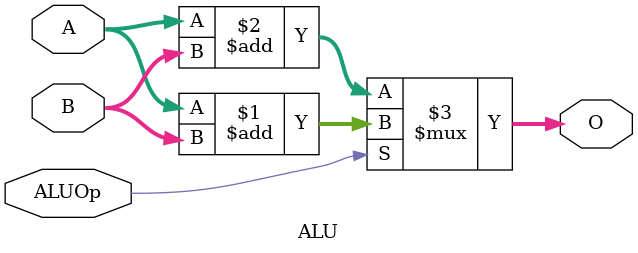
<source format=v>
`timescale 1ns / 1ps

module ALU(
    input signed [7:0] A,
	input signed [7:0] B,
	input ALUOp,
	output signed [7:0] O
	);
	
	assign O = ALUOp ? A + B : A + B;

endmodule

</source>
